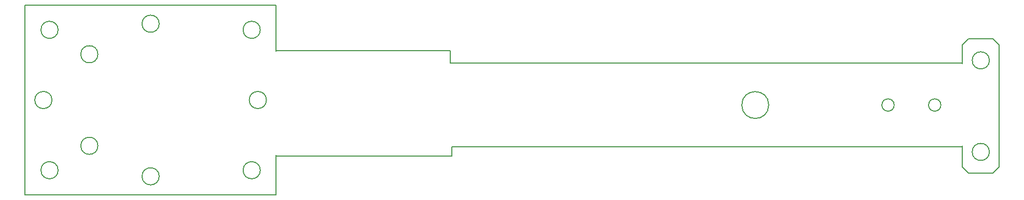
<source format=gbr>
G04 #@! TF.FileFunction,Profile,NP*
%FSLAX46Y46*%
G04 Gerber Fmt 4.6, Leading zero omitted, Abs format (unit mm)*
G04 Created by KiCad (PCBNEW 4.0.2+dfsg1-stable) date 2018年05月25日 15時51分19秒*
%MOMM*%
G01*
G04 APERTURE LIST*
%ADD10C,0.100000*%
%ADD11C,0.200000*%
G04 APERTURE END LIST*
D10*
D11*
X24085600Y-90744800D02*
X24085600Y-97244800D01*
X24085600Y-66244800D02*
X24085600Y-73744800D01*
X136085600Y-89244800D02*
X136085600Y-92744800D01*
X136085600Y-72744800D02*
X136085600Y-75744800D01*
X52491600Y-75656800D02*
X136057600Y-75656800D01*
X52237600Y-73624800D02*
X52491600Y-73624800D01*
X51729600Y-73624800D02*
X52237600Y-73624800D01*
X51983600Y-90896800D02*
X52745600Y-90896800D01*
X136057600Y-89372800D02*
X52745600Y-89372800D01*
X52745600Y-89372800D02*
X52745600Y-90896800D01*
X24043600Y-90896800D02*
X51983600Y-90896800D01*
X52491600Y-73624800D02*
X52491600Y-75656800D01*
X24043600Y-73624800D02*
X51729600Y-73624800D01*
X132569600Y-82564800D02*
G75*
G03X132569600Y-82564800I-1004000J0D01*
G01*
X124949600Y-82564800D02*
G75*
G03X124949600Y-82564800I-1004000J0D01*
G01*
X104474720Y-82564800D02*
G75*
G03X104474720Y-82564800I-2199120J0D01*
G01*
X24085600Y-66244800D02*
X-16914400Y-66244800D01*
X-16914400Y-97244800D02*
X24085600Y-97244800D01*
X-16914400Y-66244800D02*
X-16914400Y-97244800D01*
X137085600Y-93744800D02*
X136085600Y-92744800D01*
X141085600Y-93744800D02*
X137085600Y-93744800D01*
X142085600Y-92744800D02*
X141085600Y-93744800D01*
X142085600Y-72744800D02*
X142085600Y-92744800D01*
X141085600Y-71744800D02*
X142085600Y-72744800D01*
X137085600Y-71744800D02*
X141085600Y-71744800D01*
X136085600Y-72744800D02*
X137085600Y-71744800D01*
X140485600Y-75244800D02*
G75*
G03X140485600Y-75244800I-1400000J0D01*
G01*
X140485600Y-90244800D02*
G75*
G03X140485600Y-90244800I-1400000J0D01*
G01*
X-5014400Y-89244800D02*
G75*
G03X-5014400Y-89244800I-1400000J0D01*
G01*
X-5014400Y-74244800D02*
G75*
G03X-5014400Y-74244800I-1400000J0D01*
G01*
X22485600Y-81744800D02*
G75*
G03X22485600Y-81744800I-1400000J0D01*
G01*
X-12514400Y-81744800D02*
G75*
G03X-12514400Y-81744800I-1400000J0D01*
G01*
X4985600Y-94244800D02*
G75*
G03X4985600Y-94244800I-1400000J0D01*
G01*
X4985600Y-69244800D02*
G75*
G03X4985600Y-69244800I-1400000J0D01*
G01*
X-11514400Y-93244800D02*
G75*
G03X-11514400Y-93244800I-1400000J0D01*
G01*
X21485600Y-93244800D02*
G75*
G03X21485600Y-93244800I-1400000J0D01*
G01*
X21485600Y-70244800D02*
G75*
G03X21485600Y-70244800I-1400000J0D01*
G01*
X-11514400Y-70244800D02*
G75*
G03X-11514400Y-70244800I-1400000J0D01*
G01*
M02*

</source>
